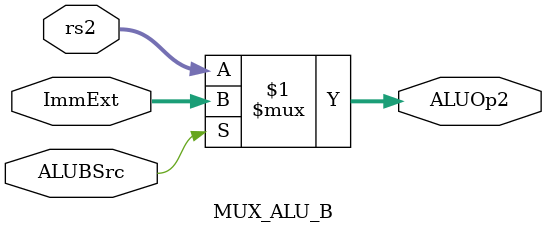
<source format=sv>
module MUX_ALU_B(
    input logic [31:0] rs2,
    input logic [31:0] ImmExt,
    input logic ALUBSrc,
    output logic [31:0] ALUOp2
);

assign ALUOp2 = ALUBSrc ? ImmExt : rs2;

endmodule
</source>
